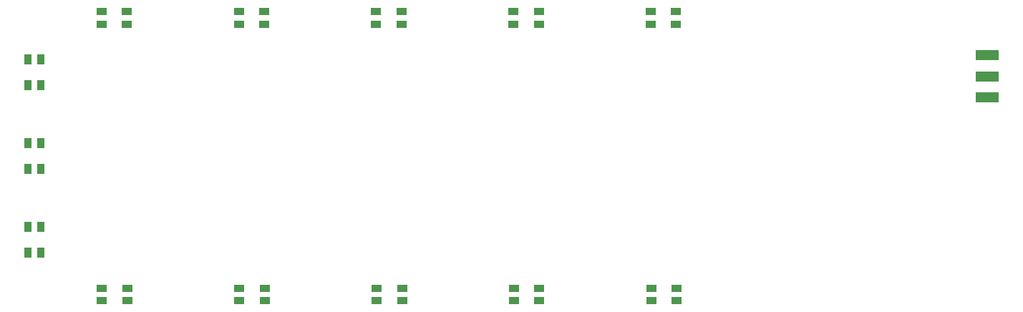
<source format=gbr>
%TF.GenerationSoftware,KiCad,Pcbnew,8.0.6*%
%TF.CreationDate,2024-12-17T19:04:38+01:00*%
%TF.ProjectId,MultiMacro,4d756c74-694d-4616-9372-6f2e6b696361,rev?*%
%TF.SameCoordinates,Original*%
%TF.FileFunction,Paste,Top*%
%TF.FilePolarity,Positive*%
%FSLAX46Y46*%
G04 Gerber Fmt 4.6, Leading zero omitted, Abs format (unit mm)*
G04 Created by KiCad (PCBNEW 8.0.6) date 2024-12-17 19:04:38*
%MOMM*%
%LPD*%
G01*
G04 APERTURE LIST*
%ADD10R,1.200000X0.900000*%
%ADD11R,0.900000X1.200000*%
%ADD12R,2.700000X1.200000*%
G04 APERTURE END LIST*
D10*
%TO.C,U14*%
X120079070Y-25411936D03*
X120079070Y-26912064D03*
X117079070Y-26912064D03*
X117079070Y-25411936D03*
%TD*%
%TO.C,U13*%
X100836570Y-25411936D03*
X100836570Y-26912064D03*
X103836570Y-26912064D03*
X103836570Y-25411936D03*
%TD*%
%TO.C,U12*%
X84594070Y-25411936D03*
X84594070Y-26912064D03*
X87594070Y-26912064D03*
X87594070Y-25411936D03*
%TD*%
%TO.C,U11*%
X68351570Y-25411936D03*
X68351570Y-26912064D03*
X71351570Y-26912064D03*
X71351570Y-25411936D03*
%TD*%
%TO.C,U10*%
X52109070Y-25411936D03*
X52109070Y-26912064D03*
X55109070Y-26912064D03*
X55109070Y-25411936D03*
%TD*%
D11*
%TO.C,U9*%
X43445936Y-34119949D03*
X44946064Y-34119949D03*
X44946064Y-31119949D03*
X43445936Y-31119949D03*
%TD*%
%TO.C,U8*%
X43445936Y-44025949D03*
X44946064Y-44025949D03*
X44946064Y-41025949D03*
X43445936Y-41025949D03*
%TD*%
%TO.C,U7*%
X43445936Y-53931949D03*
X44946064Y-53931949D03*
X44946064Y-50931949D03*
X43445936Y-50931949D03*
%TD*%
D10*
%TO.C,U6*%
X55171033Y-59659013D03*
X55171033Y-58158885D03*
X52171033Y-58158885D03*
X52171033Y-59659013D03*
%TD*%
%TO.C,U5*%
X71413533Y-59659013D03*
X71413533Y-58158885D03*
X68413533Y-58158885D03*
X68413533Y-59659013D03*
%TD*%
%TO.C,U4*%
X87656033Y-59659013D03*
X87656033Y-58158885D03*
X84656033Y-58158885D03*
X84656033Y-59659013D03*
%TD*%
%TO.C,U3*%
X103898533Y-59659013D03*
X103898533Y-58158885D03*
X100898533Y-58158885D03*
X100898533Y-59659013D03*
%TD*%
%TO.C,U2*%
X120141033Y-59659013D03*
X120141033Y-58158885D03*
X117141033Y-58158885D03*
X117141033Y-59659013D03*
%TD*%
D12*
%TO.C,SW11*%
X156867980Y-30618178D03*
X156867980Y-33118051D03*
X156867980Y-35617924D03*
%TD*%
M02*

</source>
